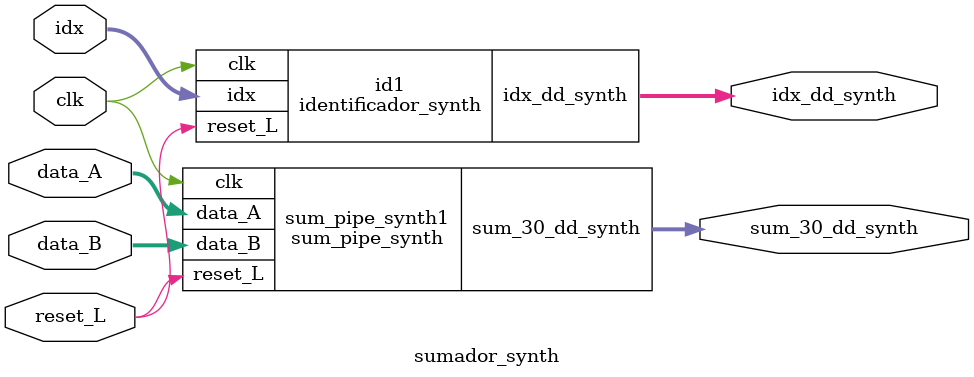
<source format=v>
/* Generated by Yosys 0.9 (git sha1 1979e0b) */

(* cells_not_processed =  1  *)
(* src = "identificador_synth.v:1" *)
module identificador_synth(clk, reset_L, idx, idx_dd_synth);
  (* src = "identificador_synth.v:11" *)
  wire [3:0] _00_;
  (* src = "identificador_synth.v:11" *)
  wire [3:0] _01_;
  (* src = "identificador_synth.v:11" *)
  wire [3:0] _02_;
  wire _03_;
  wire _04_;
  wire _05_;
  wire _06_;
  wire _07_;
  wire _08_;
  wire _09_;
  wire _10_;
  wire _11_;
  wire _12_;
  wire _13_;
  wire _14_;
  (* src = "identificador_synth.v:2" *)
  input clk;
  (* src = "identificador_synth.v:4" *)
  input [3:0] idx;
  (* src = "identificador_synth.v:5" *)
  output [3:0] idx_dd_synth;
  (* src = "identificador_synth.v:8" *)
  wire [3:0] idx_etapa_1;
  (* src = "identificador_synth.v:9" *)
  wire [3:0] idx_etapa_2;
  (* src = "identificador_synth.v:3" *)
  input reset_L;
  NAND _15_ (
    .A(idx_etapa_1[1]),
    .B(reset_L),
    .Y(_03_)
  );
  NOT _16_ (
    .A(_03_),
    .Y(_02_[1])
  );
  NAND _17_ (
    .A(reset_L),
    .B(idx_etapa_1[2]),
    .Y(_04_)
  );
  NOT _18_ (
    .A(_04_),
    .Y(_02_[2])
  );
  NAND _19_ (
    .A(reset_L),
    .B(idx_etapa_1[3]),
    .Y(_05_)
  );
  NOT _20_ (
    .A(_05_),
    .Y(_02_[3])
  );
  NAND _21_ (
    .A(reset_L),
    .B(idx_etapa_2[0]),
    .Y(_06_)
  );
  NOT _22_ (
    .A(_06_),
    .Y(_00_[0])
  );
  NAND _23_ (
    .A(reset_L),
    .B(idx_etapa_2[1]),
    .Y(_07_)
  );
  NOT _24_ (
    .A(_07_),
    .Y(_00_[1])
  );
  NAND _25_ (
    .A(reset_L),
    .B(idx_etapa_2[2]),
    .Y(_08_)
  );
  NOT _26_ (
    .A(_08_),
    .Y(_00_[2])
  );
  NAND _27_ (
    .A(reset_L),
    .B(idx_etapa_2[3]),
    .Y(_09_)
  );
  NOT _28_ (
    .A(_09_),
    .Y(_00_[3])
  );
  NAND _29_ (
    .A(reset_L),
    .B(idx[0]),
    .Y(_10_)
  );
  NOT _30_ (
    .A(_10_),
    .Y(_01_[0])
  );
  NAND _31_ (
    .A(reset_L),
    .B(idx[1]),
    .Y(_11_)
  );
  NOT _32_ (
    .A(_11_),
    .Y(_01_[1])
  );
  NAND _33_ (
    .A(reset_L),
    .B(idx[2]),
    .Y(_12_)
  );
  NOT _34_ (
    .A(_12_),
    .Y(_01_[2])
  );
  NAND _35_ (
    .A(reset_L),
    .B(idx[3]),
    .Y(_13_)
  );
  NOT _36_ (
    .A(_13_),
    .Y(_01_[3])
  );
  NAND _37_ (
    .A(reset_L),
    .B(idx_etapa_1[0]),
    .Y(_14_)
  );
  NOT _38_ (
    .A(_14_),
    .Y(_02_[0])
  );
  (* src = "identificador_synth.v:11" *)
  DFF _39_ (
    .C(clk),
    .D(_01_[0]),
    .Q(idx_etapa_1[0])
  );
  (* src = "identificador_synth.v:11" *)
  DFF _40_ (
    .C(clk),
    .D(_01_[1]),
    .Q(idx_etapa_1[1])
  );
  (* src = "identificador_synth.v:11" *)
  DFF _41_ (
    .C(clk),
    .D(_01_[2]),
    .Q(idx_etapa_1[2])
  );
  (* src = "identificador_synth.v:11" *)
  DFF _42_ (
    .C(clk),
    .D(_01_[3]),
    .Q(idx_etapa_1[3])
  );
  (* src = "identificador_synth.v:11" *)
  DFF _43_ (
    .C(clk),
    .D(_00_[0]),
    .Q(idx_dd_synth[0])
  );
  (* src = "identificador_synth.v:11" *)
  DFF _44_ (
    .C(clk),
    .D(_00_[1]),
    .Q(idx_dd_synth[1])
  );
  (* src = "identificador_synth.v:11" *)
  DFF _45_ (
    .C(clk),
    .D(_00_[2]),
    .Q(idx_dd_synth[2])
  );
  (* src = "identificador_synth.v:11" *)
  DFF _46_ (
    .C(clk),
    .D(_00_[3]),
    .Q(idx_dd_synth[3])
  );
  (* src = "identificador_synth.v:11" *)
  DFF _47_ (
    .C(clk),
    .D(_02_[0]),
    .Q(idx_etapa_2[0])
  );
  (* src = "identificador_synth.v:11" *)
  DFF _48_ (
    .C(clk),
    .D(_02_[1]),
    .Q(idx_etapa_2[1])
  );
  (* src = "identificador_synth.v:11" *)
  DFF _49_ (
    .C(clk),
    .D(_02_[2]),
    .Q(idx_etapa_2[2])
  );
  (* src = "identificador_synth.v:11" *)
  DFF _50_ (
    .C(clk),
    .D(_02_[3]),
    .Q(idx_etapa_2[3])
  );
endmodule

(* cells_not_processed =  1  *)
(* src = "sum_pipe_synth.v:1" *)
module sum_pipe_synth(clk, reset_L, data_A, data_B, sum_30_dd_synth);
  (* src = "sum_pipe_synth.v:20" *)
  wire _000_;
  (* src = "sum_pipe_synth.v:20" *)
  wire [1:0] _001_;
  (* src = "sum_pipe_synth.v:20" *)
  wire [1:0] _002_;
  (* src = "sum_pipe_synth.v:20" *)
  wire [1:0] _003_;
  (* src = "sum_pipe_synth.v:20" *)
  wire [1:0] _004_;
  (* src = "sum_pipe_synth.v:20" *)
  wire [2:0] _005_;
  (* src = "sum_pipe_synth.v:20" *)
  wire [1:0] _006_;
  (* src = "sum_pipe_synth.v:20" *)
  wire [3:0] _007_;
  wire _008_;
  wire _009_;
  wire _010_;
  wire _011_;
  wire _012_;
  wire _013_;
  wire _014_;
  wire _015_;
  wire _016_;
  wire _017_;
  wire _018_;
  wire _019_;
  wire _020_;
  wire _021_;
  wire _022_;
  wire _023_;
  wire _024_;
  wire _025_;
  wire _026_;
  wire _027_;
  wire _028_;
  wire _029_;
  wire _030_;
  wire _031_;
  wire _032_;
  wire _033_;
  wire _034_;
  wire _035_;
  wire _036_;
  wire _037_;
  wire _038_;
  wire _039_;
  wire _040_;
  wire _041_;
  wire _042_;
  wire _043_;
  wire _044_;
  wire _045_;
  wire _046_;
  wire _047_;
  wire _048_;
  wire _049_;
  wire _050_;
  wire _051_;
  wire _052_;
  wire _053_;
  (* src = "sum_pipe_synth.v:14" *)
  wire acarreo_d;
  (* src = "sum_pipe_synth.v:2" *)
  input clk;
  (* src = "sum_pipe_synth.v:4" *)
  input [3:0] data_A;
  (* src = "sum_pipe_synth.v:11" *)
  wire [1:0] data_A_d;
  (* src = "sum_pipe_synth.v:9" *)
  wire [1:0] data_A_d_0;
  (* src = "sum_pipe_synth.v:5" *)
  input [3:0] data_B;
  (* src = "sum_pipe_synth.v:12" *)
  wire [1:0] data_B_d;
  (* src = "sum_pipe_synth.v:10" *)
  wire [1:0] data_B_d_0;
  (* src = "sum_pipe_synth.v:3" *)
  input reset_L;
  (* src = "sum_pipe_synth.v:16" *)
  wire [2:0] sum_10;
  (* src = "sum_pipe_synth.v:17" *)
  wire [1:0] sum_10_d;
  (* src = "sum_pipe_synth.v:18" *)
  wire [3:0] sum_30_d;
  (* src = "sum_pipe_synth.v:6" *)
  output [3:0] sum_30_dd_synth;
  NOT _054_ (
    .A(reset_L),
    .Y(_011_)
  );
  NOT _055_ (
    .A(data_A_d[1]),
    .Y(_012_)
  );
  NOT _056_ (
    .A(data_B_d[1]),
    .Y(_013_)
  );
  NOT _057_ (
    .A(acarreo_d),
    .Y(_014_)
  );
  NAND _058_ (
    .A(sum_10[1]),
    .B(reset_L),
    .Y(_015_)
  );
  NOT _059_ (
    .A(_015_),
    .Y(_006_[1])
  );
  NAND _060_ (
    .A(data_A_d[0]),
    .B(data_B_d[0]),
    .Y(_016_)
  );
  NOT _061_ (
    .A(_016_),
    .Y(_017_)
  );
  NOR _062_ (
    .A(data_A_d[0]),
    .B(data_B_d[0]),
    .Y(_018_)
  );
  NOT _063_ (
    .A(_018_),
    .Y(_019_)
  );
  NAND _064_ (
    .A(_016_),
    .B(_019_),
    .Y(_020_)
  );
  NOR _065_ (
    .A(_014_),
    .B(_020_),
    .Y(_021_)
  );
  NAND _066_ (
    .A(_014_),
    .B(_020_),
    .Y(_022_)
  );
  NAND _067_ (
    .A(reset_L),
    .B(_022_),
    .Y(_023_)
  );
  NOR _068_ (
    .A(_021_),
    .B(_023_),
    .Y(_007_[2])
  );
  NOR _069_ (
    .A(_017_),
    .B(_021_),
    .Y(_024_)
  );
  NOR _070_ (
    .A(_012_),
    .B(data_B_d[1]),
    .Y(_025_)
  );
  NOR _071_ (
    .A(data_A_d[1]),
    .B(_013_),
    .Y(_026_)
  );
  NOR _072_ (
    .A(_025_),
    .B(_026_),
    .Y(_027_)
  );
  NAND _073_ (
    .A(_024_),
    .B(_027_),
    .Y(_028_)
  );
  NOR _074_ (
    .A(_024_),
    .B(_027_),
    .Y(_029_)
  );
  NAND _075_ (
    .A(reset_L),
    .B(_028_),
    .Y(_030_)
  );
  NOR _076_ (
    .A(_029_),
    .B(_030_),
    .Y(_007_[3])
  );
  NAND _077_ (
    .A(reset_L),
    .B(sum_10_d[0]),
    .Y(_031_)
  );
  NOT _078_ (
    .A(_031_),
    .Y(_007_[0])
  );
  NAND _079_ (
    .A(reset_L),
    .B(sum_10_d[1]),
    .Y(_032_)
  );
  NOT _080_ (
    .A(_032_),
    .Y(_007_[1])
  );
  NAND _081_ (
    .A(reset_L),
    .B(data_A[2]),
    .Y(_033_)
  );
  NOT _082_ (
    .A(_033_),
    .Y(_002_[0])
  );
  NAND _083_ (
    .A(reset_L),
    .B(data_A[3]),
    .Y(_034_)
  );
  NOT _084_ (
    .A(_034_),
    .Y(_002_[1])
  );
  NAND _085_ (
    .A(data_A[0]),
    .B(data_B[0]),
    .Y(_035_)
  );
  NOT _086_ (
    .A(_035_),
    .Y(_036_)
  );
  NOR _087_ (
    .A(data_A[0]),
    .B(data_B[0]),
    .Y(_037_)
  );
  NOT _088_ (
    .A(_037_),
    .Y(_038_)
  );
  NAND _089_ (
    .A(reset_L),
    .B(_038_),
    .Y(_039_)
  );
  NOR _090_ (
    .A(_036_),
    .B(_039_),
    .Y(_005_[0])
  );
  NAND _091_ (
    .A(data_A[1]),
    .B(data_B[1]),
    .Y(_040_)
  );
  NOT _092_ (
    .A(_040_),
    .Y(_041_)
  );
  NOR _093_ (
    .A(data_A[1]),
    .B(data_B[1]),
    .Y(_042_)
  );
  NOT _094_ (
    .A(_042_),
    .Y(_043_)
  );
  NAND _095_ (
    .A(_040_),
    .B(_043_),
    .Y(_044_)
  );
  NOR _096_ (
    .A(_035_),
    .B(_044_),
    .Y(_045_)
  );
  NAND _097_ (
    .A(_035_),
    .B(_044_),
    .Y(_046_)
  );
  NAND _098_ (
    .A(reset_L),
    .B(_046_),
    .Y(_047_)
  );
  NOR _099_ (
    .A(_045_),
    .B(_047_),
    .Y(_005_[1])
  );
  NOR _100_ (
    .A(_041_),
    .B(_045_),
    .Y(_048_)
  );
  NOR _101_ (
    .A(_011_),
    .B(_048_),
    .Y(_005_[2])
  );
  NAND _102_ (
    .A(reset_L),
    .B(sum_10[2]),
    .Y(_049_)
  );
  NOT _103_ (
    .A(_049_),
    .Y(_000_)
  );
  NAND _104_ (
    .A(reset_L),
    .B(data_A_d_0[0]),
    .Y(_050_)
  );
  NOT _105_ (
    .A(_050_),
    .Y(_001_[0])
  );
  NAND _106_ (
    .A(reset_L),
    .B(data_A_d_0[1]),
    .Y(_051_)
  );
  NOT _107_ (
    .A(_051_),
    .Y(_001_[1])
  );
  NAND _108_ (
    .A(reset_L),
    .B(data_B_d_0[0]),
    .Y(_052_)
  );
  NOT _109_ (
    .A(_052_),
    .Y(_003_[0])
  );
  NAND _110_ (
    .A(reset_L),
    .B(data_B_d_0[1]),
    .Y(_053_)
  );
  NOT _111_ (
    .A(_053_),
    .Y(_003_[1])
  );
  NAND _112_ (
    .A(reset_L),
    .B(data_B[2]),
    .Y(_008_)
  );
  NOT _113_ (
    .A(_008_),
    .Y(_004_[0])
  );
  NAND _114_ (
    .A(reset_L),
    .B(data_B[3]),
    .Y(_009_)
  );
  NOT _115_ (
    .A(_009_),
    .Y(_004_[1])
  );
  NAND _116_ (
    .A(reset_L),
    .B(sum_10[0]),
    .Y(_010_)
  );
  NOT _117_ (
    .A(_010_),
    .Y(_006_[0])
  );
  (* src = "sum_pipe_synth.v:20" *)
  DFF _118_ (
    .C(clk),
    .D(_004_[0]),
    .Q(data_B_d_0[0])
  );
  (* src = "sum_pipe_synth.v:20" *)
  DFF _119_ (
    .C(clk),
    .D(_004_[1]),
    .Q(data_B_d_0[1])
  );
  (* src = "sum_pipe_synth.v:20" *)
  DFF _120_ (
    .C(clk),
    .D(_001_[0]),
    .Q(data_A_d[0])
  );
  (* src = "sum_pipe_synth.v:20" *)
  DFF _121_ (
    .C(clk),
    .D(_001_[1]),
    .Q(data_A_d[1])
  );
  (* src = "sum_pipe_synth.v:20" *)
  DFF _122_ (
    .C(clk),
    .D(_003_[0]),
    .Q(data_B_d[0])
  );
  (* src = "sum_pipe_synth.v:20" *)
  DFF _123_ (
    .C(clk),
    .D(_003_[1]),
    .Q(data_B_d[1])
  );
  (* src = "sum_pipe_synth.v:20" *)
  DFF _124_ (
    .C(clk),
    .D(_007_[0]),
    .Q(sum_30_dd_synth[0])
  );
  (* src = "sum_pipe_synth.v:20" *)
  DFF _125_ (
    .C(clk),
    .D(_007_[1]),
    .Q(sum_30_dd_synth[1])
  );
  (* src = "sum_pipe_synth.v:20" *)
  DFF _126_ (
    .C(clk),
    .D(_007_[2]),
    .Q(sum_30_dd_synth[2])
  );
  (* src = "sum_pipe_synth.v:20" *)
  DFF _127_ (
    .C(clk),
    .D(_007_[3]),
    .Q(sum_30_dd_synth[3])
  );
  (* src = "sum_pipe_synth.v:20" *)
  DFF _128_ (
    .C(clk),
    .D(_002_[0]),
    .Q(data_A_d_0[0])
  );
  (* src = "sum_pipe_synth.v:20" *)
  DFF _129_ (
    .C(clk),
    .D(_002_[1]),
    .Q(data_A_d_0[1])
  );
  (* src = "sum_pipe_synth.v:20" *)
  DFF _130_ (
    .C(clk),
    .D(_000_),
    .Q(acarreo_d)
  );
  (* src = "sum_pipe_synth.v:20" *)
  DFF _131_ (
    .C(clk),
    .D(_005_[0]),
    .Q(sum_10[0])
  );
  (* src = "sum_pipe_synth.v:20" *)
  DFF _132_ (
    .C(clk),
    .D(_005_[1]),
    .Q(sum_10[1])
  );
  (* src = "sum_pipe_synth.v:20" *)
  DFF _133_ (
    .C(clk),
    .D(_005_[2]),
    .Q(sum_10[2])
  );
  (* src = "sum_pipe_synth.v:20" *)
  DFF _134_ (
    .C(clk),
    .D(_006_[0]),
    .Q(sum_10_d[0])
  );
  (* src = "sum_pipe_synth.v:20" *)
  DFF _135_ (
    .C(clk),
    .D(_006_[1]),
    .Q(sum_10_d[1])
  );
  assign sum_30_d = 4'h0;
endmodule

(* cells_not_processed =  1  *)
(* src = "sumador_synth.v:4" *)
module sumador_synth(clk, reset_L, idx, data_A, data_B, sum_30_dd_synth, idx_dd_synth);
  (* src = "sumador_synth.v:5" *)
  input clk;
  (* src = "sumador_synth.v:8" *)
  input [3:0] data_A;
  (* src = "sumador_synth.v:9" *)
  input [3:0] data_B;
  (* src = "sumador_synth.v:7" *)
  input [3:0] idx;
  (* src = "sumador_synth.v:11" *)
  output [3:0] idx_dd_synth;
  (* src = "sumador_synth.v:6" *)
  input reset_L;
  (* src = "sumador_synth.v:10" *)
  output [3:0] sum_30_dd_synth;
  (* module_not_derived = 32'd1 *)
  (* src = "sumador_synth.v:22" *)
  identificador_synth id1 (
    .clk(clk),
    .idx(idx),
    .idx_dd_synth(idx_dd_synth),
    .reset_L(reset_L)
  );
  (* module_not_derived = 32'd1 *)
  (* src = "sumador_synth.v:13" *)
  sum_pipe_synth sum_pipe_synth1 (
    .clk(clk),
    .data_A(data_A),
    .data_B(data_B),
    .reset_L(reset_L),
    .sum_30_dd_synth(sum_30_dd_synth)
  );
endmodule

</source>
